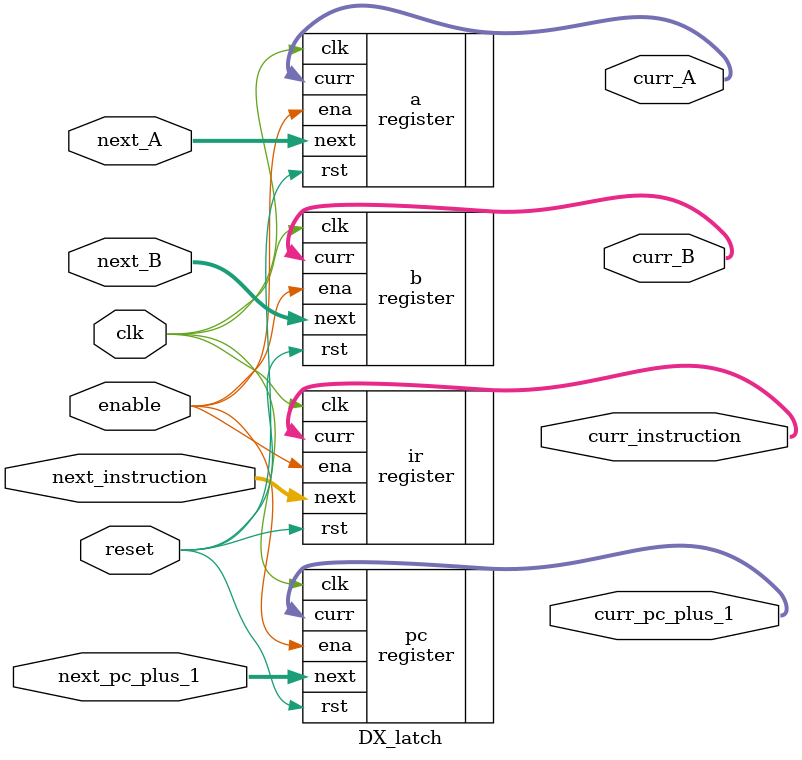
<source format=v>
module DX_latch(reset, next_pc_plus_1, next_instruction, next_A, next_B, clk, enable, curr_pc_plus_1, curr_instruction, curr_A, curr_B);
	input reset, clk, enable;
	input [31:0] next_pc_plus_1, next_instruction, next_A, next_B;
	output [31:0] curr_pc_plus_1, curr_instruction, curr_A, curr_B;
	
	register pc(.clk(clk), .ena(enable), .next(next_pc_plus_1), .curr(curr_pc_plus_1), .rst(reset));
	register ir(.clk(clk), .ena(enable), .next(next_instruction), .curr(curr_instruction), .rst(reset));
	register a(.clk(clk), .ena(enable), .next(next_A), .curr(curr_A), .rst(reset));
	register b(.clk(clk), .ena(enable), .next(next_B), .curr(curr_B), .rst(reset));

endmodule
</source>
